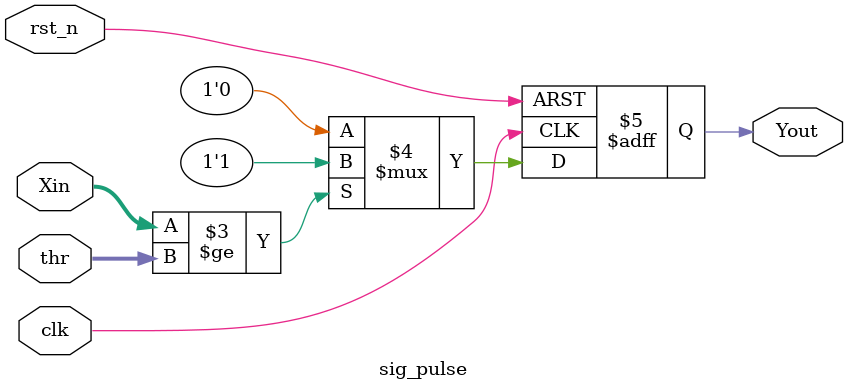
<source format=v>
module sig_pulse(clk, rst_n, Xin, thr, Yout);
input clk;
input rst_n;
input signed [12:0] Xin;
input signed [12:0] thr;
output reg Yout;

always@(posedge clk or negedge rst_n)
begin
	if(!rst_n)
		Yout <= 1'b0;
	else
		Yout <= (Xin >= thr)?1'b1:1'b0;
end


endmodule

</source>
